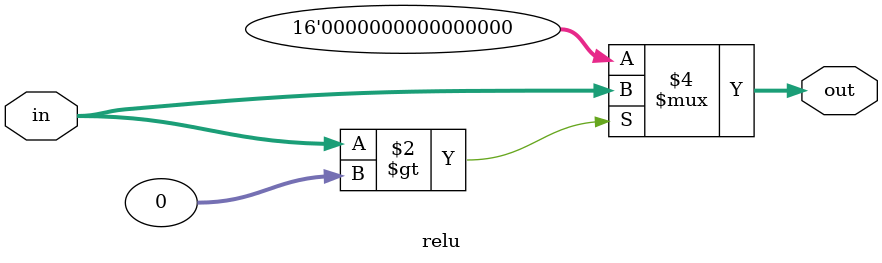
<source format=sv>
module relu #(
    parameter WIDTH = 16, 
    parameter FRAC  = 8 
)(
    input  logic signed [WIDTH-1:0] in,
    output logic signed [WIDTH-1:0] out 
);

    always_comb begin
        if (in > 0)
            out = in;
        else
            out = '0;
    end

endmodule

</source>
